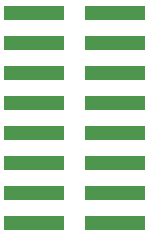
<source format=gbr>
%TF.GenerationSoftware,KiCad,Pcbnew,(5.1.7)-1*%
%TF.CreationDate,2021-01-21T08:43:37+01:00*%
%TF.ProjectId,EZ-PY32,455a2d50-5933-4322-9e6b-696361645f70,rev?*%
%TF.SameCoordinates,Original*%
%TF.FileFunction,Paste,Bot*%
%TF.FilePolarity,Positive*%
%FSLAX46Y46*%
G04 Gerber Fmt 4.6, Leading zero omitted, Abs format (unit mm)*
G04 Created by KiCad (PCBNEW (5.1.7)-1) date 2021-01-21 08:43:37*
%MOMM*%
%LPD*%
G01*
G04 APERTURE LIST*
%ADD10R,5.080000X1.270000*%
G04 APERTURE END LIST*
D10*
%TO.C,J3*%
X67565360Y-87136380D03*
X74425360Y-87136380D03*
X67565360Y-84596380D03*
X74425360Y-84596380D03*
X67565360Y-82056380D03*
X74425360Y-82056380D03*
X67565360Y-79516380D03*
X74425360Y-79516380D03*
X67565360Y-76976380D03*
X74425360Y-76976380D03*
X67565360Y-74436380D03*
X74425360Y-74436380D03*
X67565360Y-71896380D03*
X74425360Y-71896380D03*
X67565360Y-69356380D03*
X74425360Y-69356380D03*
%TD*%
M02*

</source>
